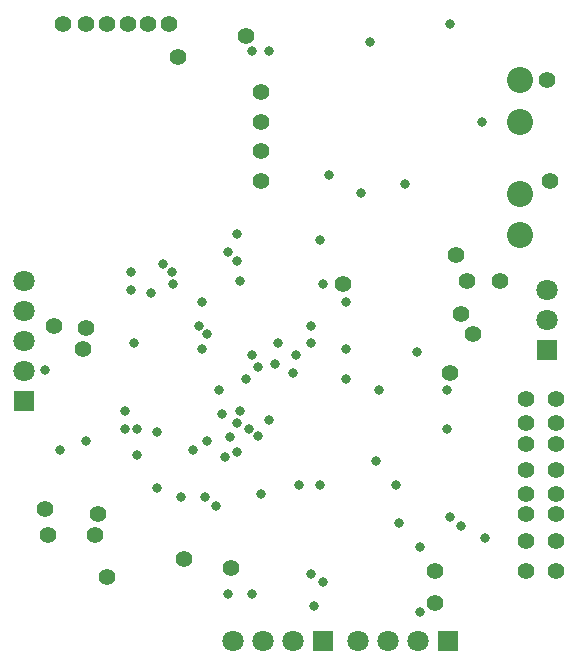
<source format=gbs>
G04*
G04 #@! TF.GenerationSoftware,Altium Limited,Altium Designer,24.2.2 (26)*
G04*
G04 Layer_Color=16711935*
%FSLAX44Y44*%
%MOMM*%
G71*
G04*
G04 #@! TF.SameCoordinates,98A400C0-08DE-4AD7-B425-4E8C3969B8A2*
G04*
G04*
G04 #@! TF.FilePolarity,Negative*
G04*
G01*
G75*
%ADD46C,1.8000*%
%ADD47R,1.8000X1.8000*%
%ADD48C,2.2032*%
%ADD49R,1.8000X1.8000*%
%ADD52C,0.8032*%
%ADD53C,1.4032*%
D46*
X400000Y880400D02*
D03*
Y855000D02*
D03*
Y804200D02*
D03*
Y829600D02*
D03*
X842500Y847100D02*
D03*
Y872500D02*
D03*
X682500Y575000D02*
D03*
X733300D02*
D03*
X707900D02*
D03*
X576700D02*
D03*
X627500D02*
D03*
X602100D02*
D03*
D47*
X400000Y778800D02*
D03*
X842500Y821700D02*
D03*
D48*
X820000Y1015000D02*
D03*
Y1050000D02*
D03*
Y919000D02*
D03*
Y954000D02*
D03*
D49*
X758700Y575000D02*
D03*
X652900D02*
D03*
D52*
X573752Y748288D02*
D03*
X580000Y760000D02*
D03*
X582500Y770000D02*
D03*
X652500Y877500D02*
D03*
X642500Y842500D02*
D03*
X732500Y820000D02*
D03*
X642500Y827500D02*
D03*
X567500Y767500D02*
D03*
X580000Y735000D02*
D03*
X597500Y749080D02*
D03*
X590000Y755000D02*
D03*
X570000Y730920D02*
D03*
X572500Y905000D02*
D03*
X517500Y895000D02*
D03*
X492500Y827500D02*
D03*
X417460Y805000D02*
D03*
X582500Y880000D02*
D03*
X525856Y877500D02*
D03*
X550000Y862500D02*
D03*
X525000Y887500D02*
D03*
X490000D02*
D03*
Y872500D02*
D03*
X787500Y1015000D02*
D03*
X722500Y962500D02*
D03*
X657500Y970000D02*
D03*
X685000Y955000D02*
D03*
X672500Y797500D02*
D03*
X612500Y810000D02*
D03*
X672500Y822500D02*
D03*
X615000Y827500D02*
D03*
X587500Y797500D02*
D03*
X630000Y817500D02*
D03*
X592500D02*
D03*
X430000Y737500D02*
D03*
X597500Y807500D02*
D03*
X452500Y745000D02*
D03*
X495000Y755000D02*
D03*
Y732500D02*
D03*
X645000Y605000D02*
D03*
X652500Y625000D02*
D03*
X512500Y705000D02*
D03*
Y752500D02*
D03*
X565000Y787500D02*
D03*
X580000Y920000D02*
D03*
Y897500D02*
D03*
X550000Y822500D02*
D03*
X555000Y835000D02*
D03*
X507500Y870000D02*
D03*
X547500Y842500D02*
D03*
X552500Y697500D02*
D03*
X532500D02*
D03*
X607500Y762500D02*
D03*
X555000Y745000D02*
D03*
X542500Y737500D02*
D03*
X485000Y770000D02*
D03*
Y755000D02*
D03*
X757500Y787500D02*
D03*
X700000D02*
D03*
X717500Y675000D02*
D03*
X627500Y802500D02*
D03*
X600000Y700000D02*
D03*
X790000Y662500D02*
D03*
X735000Y655000D02*
D03*
X757500Y755000D02*
D03*
X697500Y727500D02*
D03*
X770000Y672500D02*
D03*
X672500Y862500D02*
D03*
X650000Y915000D02*
D03*
X760000Y680000D02*
D03*
X735000Y600000D02*
D03*
X715000Y707500D02*
D03*
X650000D02*
D03*
X592500Y615000D02*
D03*
X572500D02*
D03*
X642500Y632500D02*
D03*
X562500Y690000D02*
D03*
X632500Y707500D02*
D03*
X692500Y1082500D02*
D03*
X760000Y1097500D02*
D03*
X607500Y1075000D02*
D03*
X592500D02*
D03*
D53*
X850000Y660000D02*
D03*
Y682500D02*
D03*
X825000Y635000D02*
D03*
Y700000D02*
D03*
Y682500D02*
D03*
Y742500D02*
D03*
Y720000D02*
D03*
Y660000D02*
D03*
Y780000D02*
D03*
Y760000D02*
D03*
X842500Y1050000D02*
D03*
X845000Y965000D02*
D03*
X670000Y877500D02*
D03*
X780000Y835000D02*
D03*
X770000Y852500D02*
D03*
X765000Y902500D02*
D03*
X775000Y880000D02*
D03*
X802500D02*
D03*
X850000Y635000D02*
D03*
Y700000D02*
D03*
Y720000D02*
D03*
Y742500D02*
D03*
Y760000D02*
D03*
Y780000D02*
D03*
X760000Y802500D02*
D03*
X747500Y607500D02*
D03*
Y635000D02*
D03*
X575000Y637500D02*
D03*
X470000Y630000D02*
D03*
X535000Y645000D02*
D03*
X460000Y665000D02*
D03*
X462500Y682500D02*
D03*
X420000Y665000D02*
D03*
X417500Y687500D02*
D03*
X425000Y842500D02*
D03*
X452500Y840000D02*
D03*
X450000Y822500D02*
D03*
X600000Y965000D02*
D03*
Y990000D02*
D03*
Y1015000D02*
D03*
Y1040000D02*
D03*
X587500Y1087500D02*
D03*
X530000Y1070000D02*
D03*
X522500Y1097500D02*
D03*
X505000D02*
D03*
X487500D02*
D03*
X470000D02*
D03*
X452500D02*
D03*
X432500D02*
D03*
M02*

</source>
